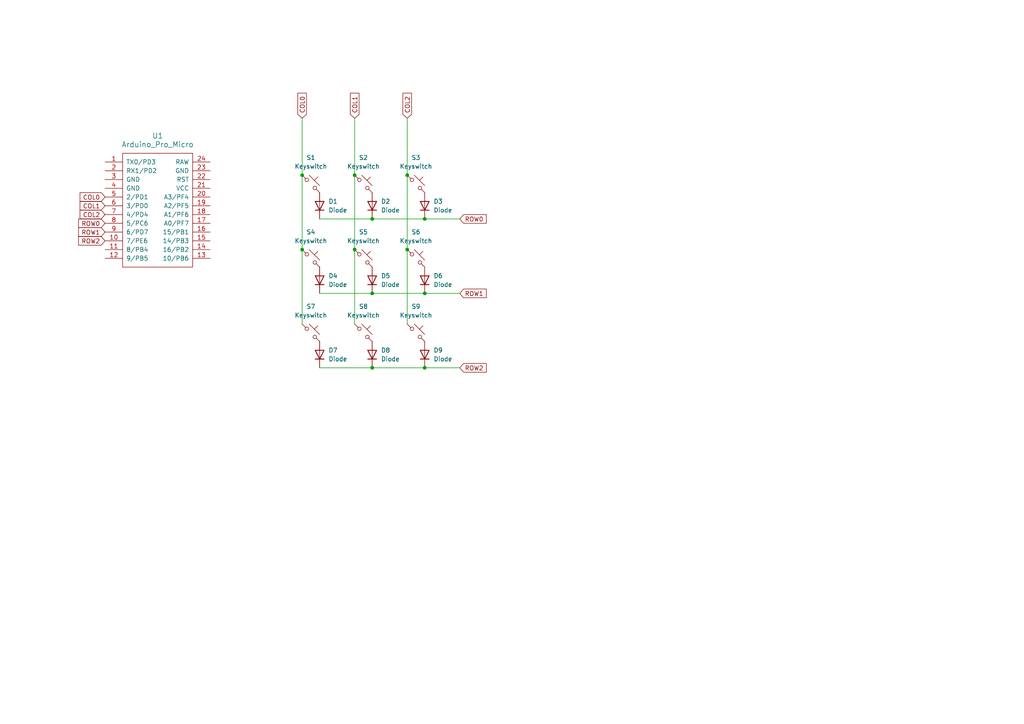
<source format=kicad_sch>
(kicad_sch (version 20230121) (generator eeschema)
  (paper "A4")
  (lib_symbols
    (symbol "SCOTTO:MCU_Arduino_Pro_Micro" (pin_names (offset 1.016))
      (property "Reference" "U" (at 0 0 0))
      (property "Value" "Arduino_Pro_Micro" (at 0 -19.05 0))
      (symbol "MCU_Arduino_Pro_Micro_0_1"
        (rectangle (start -10.16 16.51) (end 10.16 -16.51))
      )
      (symbol "MCU_Arduino_Pro_Micro_1_1"
        (pin input line (at -15.24 13.97 0) (length 5.08) (name "TX0/PD3") (number "1"))
        (pin input line (at -15.24 -8.89 0) (length 5.08) (name "7/PE6") (number "10"))
        (pin input line (at -15.24 -11.43 0) (length 5.08) (name "8/PB4") (number "11"))
        (pin input line (at -15.24 -13.97 0) (length 5.08) (name "9/PB5") (number "12"))
        (pin input line (at 15.24 -13.97 180) (length 5.08) (name "10/PB6") (number "13"))
        (pin input line (at 15.24 -11.43 180) (length 5.08) (name "16/PB2") (number "14"))
        (pin input line (at 15.24 -8.89 180) (length 5.08) (name "14/PB3") (number "15"))
        (pin input line (at 15.24 -6.35 180) (length 5.08) (name "15/PB1") (number "16"))
        (pin input line (at 15.24 -3.81 180) (length 5.08) (name "A0/PF7") (number "17"))
        (pin input line (at 15.24 -1.27 180) (length 5.08) (name "A1/PF6") (number "18"))
        (pin input line (at 15.24 1.27 180) (length 5.08) (name "A2/PF5") (number "19"))
        (pin input line (at -15.24 11.43 0) (length 5.08) (name "RX1/PD2") (number "2"))
        (pin input line (at 15.24 3.81 180) (length 5.08) (name "A3/PF4") (number "20"))
        (pin input line (at 15.24 6.35 180) (length 5.08) (name "VCC") (number "21"))
        (pin input line (at 15.24 8.89 180) (length 5.08) (name "RST") (number "22"))
        (pin input line (at 15.24 11.43 180) (length 5.08) (name "GND") (number "23"))
        (pin input line (at 15.24 13.97 180) (length 5.08) (name "RAW") (number "24"))
        (pin input line (at -15.24 8.89 0) (length 5.08) (name "GND") (number "3"))
        (pin input line (at -15.24 6.35 0) (length 5.08) (name "GND") (number "4"))
        (pin input line (at -15.24 3.81 0) (length 5.08) (name "2/PD1") (number "5"))
        (pin input line (at -15.24 1.27 0) (length 5.08) (name "3/PD0") (number "6"))
        (pin input line (at -15.24 -1.27 0) (length 5.08) (name "4/PD4") (number "7"))
        (pin input line (at -15.24 -3.81 0) (length 5.08) (name "5/PC6") (number "8"))
        (pin input line (at -15.24 -6.35 0) (length 5.08) (name "6/PD7") (number "9"))
      )
    )
    (symbol "SCOTTO:Placeholder_Diode" (pin_numbers hide) (pin_names hide)
      (property "Reference" "D" (at 0 2.54 0))
      (property "Value" "Diode" (at 0 -2.54 0))
      (symbol "Placeholder_Diode_0_1"
        (polyline (pts (xy -1.27 1.27) (xy -1.27 -1.27)) (stroke (width 0.254)))
        (polyline (pts (xy 1.27 0) (xy -1.27 0)))
        (polyline (pts (xy 1.27 1.27) (xy 1.27 -1.27) (xy -1.27 0) (xy 1.27 1.27)) (stroke (width 0.254)))
      )
      (symbol "Placeholder_Diode_1_1"
        (pin passive line (at -3.81 0 0) (length 2.54) (name "K") (number "1"))
        (pin passive line (at 3.81 0 180) (length 2.54) (name "A") (number "2"))
      )
    )
    (symbol "SCOTTO:Placeholder_Keyswitch" (pin_numbers hide) (pin_names (offset 1.016) hide)
      (property "Reference" "S" (at 3.048 1.016 0))
      (property "Value" "Keyswitch" (at 0 -3.81 0))
      (symbol "Placeholder_Keyswitch_0_1"
        (circle (center -1.1684 1.1684) (radius 0.508))
        (polyline (pts (xy -0.508 2.54) (xy 2.54 -0.508)))
        (polyline (pts (xy 1.016 1.016) (xy 2.032 2.032)))
        (polyline (pts (xy -2.54 2.54) (xy -1.524 1.524) (xy -1.524 1.524)))
        (polyline (pts (xy 1.524 -1.524) (xy 2.54 -2.54) (xy 2.54 -2.54) (xy 2.54 -2.54)))
        (circle (center 1.143 -1.1938) (radius 0.508))
        (pin passive line (at -2.54 2.54 0) (length 0) (name "1") (number "1"))
        (pin passive line (at 2.54 -2.54 180) (length 0) (name "2") (number "2"))
      )
    )
  )
  (junction (at 118.11 72.39))
  (junction (at 107.95 106.68))
  (junction (at 102.87 72.39))
  (junction (at 107.95 63.5))
  (junction (at 107.95 85.09))
  (junction (at 123.19 106.68))
  (junction (at 87.63 50.8))
  (junction (at 118.11 50.8))
  (junction (at 102.87 50.8))
  (junction (at 123.19 85.09))
  (junction (at 123.19 63.5))
  (junction (at 87.63 72.39))
  (wire (pts (xy 118.11 72.39) (xy 118.11 93.98)))
  (wire (pts (xy 107.95 63.5) (xy 123.19 63.5)))
  (wire (pts (xy 92.71 85.09) (xy 107.95 85.09)))
  (wire (pts (xy 107.95 85.09) (xy 123.19 85.09)))
  (wire (pts (xy 102.87 34.29) (xy 102.87 50.8)))
  (wire (pts (xy 118.11 34.29) (xy 118.11 50.8)))
  (wire (pts (xy 87.63 72.39) (xy 87.63 93.98)))
  (wire (pts (xy 123.19 106.68) (xy 133.35 106.68)))
  (wire (pts (xy 102.87 50.8) (xy 102.87 72.39)))
  (wire (pts (xy 123.19 63.5) (xy 133.35 63.5)))
  (wire (pts (xy 87.63 34.29) (xy 87.63 50.8)))
  (wire (pts (xy 92.71 63.5) (xy 107.95 63.5)))
  (wire (pts (xy 107.95 106.68) (xy 123.19 106.68)))
  (wire (pts (xy 123.19 85.09) (xy 133.35 85.09)))
  (wire (pts (xy 87.63 50.8) (xy 87.63 72.39)))
  (wire (pts (xy 102.87 72.39) (xy 102.87 93.98)))
  (wire (pts (xy 92.71 106.68) (xy 107.95 106.68)))
  (wire (pts (xy 118.11 50.8) (xy 118.11 72.39)))
  (global_label "COL0" (shape input) (at 30.48 57.15 180) (property "Intersheetrefs" "${INTERSHEET_REFS}" (effects hide)))
  (global_label "COL1" (shape input) (at 30.48 59.69 180) (property "Intersheetrefs" "${INTERSHEET_REFS}" (effects hide)))
  (global_label "ROW1" (shape input) (at 30.48 67.31 180) (property "Intersheetrefs" "${INTERSHEET_REFS}" (effects hide)))
  (global_label "ROW0" (shape input) (at 133.35 63.5 0) (property "Intersheetrefs" "${INTERSHEET_REFS}" (effects hide)))
  (global_label "COL1" (shape input) (at 102.87 34.29 90) (property "Intersheetrefs" "${INTERSHEET_REFS}" (effects hide)))
  (global_label "ROW2" (shape input) (at 30.48 69.85 180) (property "Intersheetrefs" "${INTERSHEET_REFS}" (effects hide)))
  (global_label "ROW1" (shape input) (at 133.35 85.09 0) (property "Intersheetrefs" "${INTERSHEET_REFS}" (effects hide)))
  (global_label "ROW0" (shape input) (at 30.48 64.77 180) (property "Intersheetrefs" "${INTERSHEET_REFS}" (effects hide)))
  (global_label "COL0" (shape input) (at 87.63 34.29 90) (property "Intersheetrefs" "${INTERSHEET_REFS}" (effects hide)))
  (global_label "COL2" (shape input) (at 118.11 34.29 90) (property "Intersheetrefs" "${INTERSHEET_REFS}" (effects hide)))
  (global_label "COL2" (shape input) (at 30.48 62.23 180) (property "Intersheetrefs" "${INTERSHEET_REFS}" (effects hide)))
  (global_label "ROW2" (shape input) (at 133.35 106.68 0) (property "Intersheetrefs" "${INTERSHEET_REFS}" (effects hide)))
  (symbol (lib_id "SCOTTO:Placeholder_Keyswitch") (at 90.17 53.34 0) (unit 1)
    (property "Reference" "S1" (at 90.17 45.72 0))
    (property "Value" "Keyswitch" (at 90.17 48.26 0))
    (property "Footprint" "ScottoKeebs_MX:MX_PCB_1.00u" (effects hide))
  )
  (symbol (lib_id "SCOTTO:Placeholder_Diode") (at 107.95 81.28 90) (unit 1)
    (property "Reference" "D5" (at 110.49 80.01 90) (effects (justify right)))
    (property "Value" "Diode" (at 110.49 82.55 90) (effects (justify right)))
    (property "Footprint" "ScottoKeebs_Components:Diode_DO-35" (effects hide))
    (property "Sim.Device" "D" (effects hide))
    (property "Sim.Pins" "1=K 2=A" (effects hide))
  )
  (symbol (lib_id "SCOTTO:Placeholder_Diode") (at 123.19 81.28 90) (unit 1)
    (property "Reference" "D6" (at 125.73 80.01 90) (effects (justify right)))
    (property "Value" "Diode" (at 125.73 82.55 90) (effects (justify right)))
    (property "Footprint" "ScottoKeebs_Components:Diode_DO-35" (effects hide))
    (property "Sim.Device" "D" (effects hide))
    (property "Sim.Pins" "1=K 2=A" (effects hide))
  )
  (symbol (lib_id "SCOTTO:Placeholder_Keyswitch") (at 120.65 96.52 0) (unit 1)
    (property "Reference" "S9" (at 120.65 88.9 0))
    (property "Value" "Keyswitch" (at 120.65 91.44 0))
    (property "Footprint" "ScottoKeebs_MX:MX_PCB_1.00u" (effects hide))
  )
  (symbol (lib_id "SCOTTO:Placeholder_Diode") (at 92.71 102.87 90) (unit 1)
    (property "Reference" "D7" (at 95.25 101.6 90) (effects (justify right)))
    (property "Value" "Diode" (at 95.25 104.14 90) (effects (justify right)))
    (property "Footprint" "ScottoKeebs_Components:Diode_DO-35" (effects hide))
    (property "Sim.Device" "D" (effects hide))
    (property "Sim.Pins" "1=K 2=A" (effects hide))
  )
  (symbol (lib_id "SCOTTO:Placeholder_Diode") (at 123.19 102.87 90) (unit 1)
    (property "Reference" "D9" (at 125.73 101.6 90) (effects (justify right)))
    (property "Value" "Diode" (at 125.73 104.14 90) (effects (justify right)))
    (property "Footprint" "ScottoKeebs_Components:Diode_DO-35" (effects hide))
    (property "Sim.Device" "D" (effects hide))
    (property "Sim.Pins" "1=K 2=A" (effects hide))
  )
  (symbol (lib_id "SCOTTO:Placeholder_Diode") (at 123.19 59.69 90) (unit 1)
    (property "Reference" "D3" (at 125.73 58.42 90) (effects (justify right)))
    (property "Value" "Diode" (at 125.73 60.96 90) (effects (justify right)))
    (property "Footprint" "ScottoKeebs_Components:Diode_DO-35" (effects hide))
    (property "Sim.Device" "D" (effects hide))
    (property "Sim.Pins" "1=K 2=A" (effects hide))
  )
  (symbol (lib_id "SCOTTO:Placeholder_Diode") (at 92.71 81.28 90) (unit 1)
    (property "Reference" "D4" (at 95.25 80.01 90) (effects (justify right)))
    (property "Value" "Diode" (at 95.25 82.55 90) (effects (justify right)))
    (property "Footprint" "ScottoKeebs_Components:Diode_DO-35" (effects hide))
    (property "Sim.Device" "D" (effects hide))
    (property "Sim.Pins" "1=K 2=A" (effects hide))
  )
  (symbol (lib_id "SCOTTO:Placeholder_Keyswitch") (at 105.41 74.93 0) (unit 1)
    (property "Reference" "S5" (at 105.41 67.31 0))
    (property "Value" "Keyswitch" (at 105.41 69.85 0))
    (property "Footprint" "ScottoKeebs_MX:MX_PCB_1.00u" (effects hide))
  )
  (symbol (lib_id "SCOTTO:Placeholder_Keyswitch") (at 90.17 96.52 0) (unit 1)
    (property "Reference" "S7" (at 90.17 88.9 0))
    (property "Value" "Keyswitch" (at 90.17 91.44 0))
    (property "Footprint" "ScottoKeebs_MX:MX_PCB_1.00u" (effects hide))
  )
  (symbol (lib_id "SCOTTO:Placeholder_Keyswitch") (at 105.41 53.34 0) (unit 1)
    (property "Reference" "S2" (at 105.41 45.72 0))
    (property "Value" "Keyswitch" (at 105.41 48.26 0))
    (property "Footprint" "ScottoKeebs_MX:MX_PCB_1.00u" (effects hide))
  )
  (symbol (lib_id "SCOTTO:Placeholder_Diode") (at 92.71 59.69 90) (unit 1)
    (property "Reference" "D1" (at 95.25 58.42 90) (effects (justify right)))
    (property "Value" "Diode" (at 95.25 60.96 90) (effects (justify right)))
    (property "Footprint" "ScottoKeebs_Components:Diode_DO-35" (effects hide))
    (property "Sim.Device" "D" (effects hide))
    (property "Sim.Pins" "1=K 2=A" (effects hide))
  )
  (symbol (lib_id "SCOTTO:Placeholder_Keyswitch") (at 120.65 53.34 0) (unit 1)
    (property "Reference" "S3" (at 120.65 45.72 0))
    (property "Value" "Keyswitch" (at 120.65 48.26 0))
    (property "Footprint" "ScottoKeebs_MX:MX_PCB_1.00u" (effects hide))
  )
  (symbol (lib_id "SCOTTO:Placeholder_Diode") (at 107.95 59.69 90) (unit 1)
    (property "Reference" "D2" (at 110.49 58.42 90) (effects (justify right)))
    (property "Value" "Diode" (at 110.49 60.96 90) (effects (justify right)))
    (property "Footprint" "ScottoKeebs_Components:Diode_DO-35" (effects hide))
    (property "Sim.Device" "D" (effects hide))
    (property "Sim.Pins" "1=K 2=A" (effects hide))
  )
  (symbol (lib_id "SCOTTO:Placeholder_Diode") (at 107.95 102.87 90) (unit 1)
    (property "Reference" "D8" (at 110.49 101.6 90) (effects (justify right)))
    (property "Value" "Diode" (at 110.49 104.14 90) (effects (justify right)))
    (property "Footprint" "ScottoKeebs_Components:Diode_DO-35" (effects hide))
    (property "Sim.Device" "D" (effects hide))
    (property "Sim.Pins" "1=K 2=A" (effects hide))
  )
  (symbol (lib_id "SCOTTO:Placeholder_Keyswitch") (at 90.17 74.93 0) (unit 1)
    (property "Reference" "S4" (at 90.17 67.31 0))
    (property "Value" "Keyswitch" (at 90.17 69.85 0))
    (property "Footprint" "ScottoKeebs_MX:MX_PCB_1.00u" (effects hide))
  )
  (symbol (lib_id "SCOTTO:Placeholder_Keyswitch") (at 120.65 74.93 0) (unit 1)
    (property "Reference" "S6" (at 120.65 67.31 0))
    (property "Value" "Keyswitch" (at 120.65 69.85 0))
    (property "Footprint" "ScottoKeebs_MX:MX_PCB_1.00u" (effects hide))
  )
  (symbol (lib_id "SCOTTO:MCU_Arduino_Pro_Micro") (at 45.72 60.96 0) (unit 1)
    (property "Reference" "U1" (at 45.72 39.37 0) (effects (font (size 1.524 1.524))))
    (property "Value" "Arduino_Pro_Micro" (at 45.72 41.91 0) (effects (font (size 1.524 1.524))))
    (property "Footprint" "ScottoKeebs_MCU:Arduino_Pro_Micro" (effects hide))
  )
  (symbol (lib_id "SCOTTO:Placeholder_Keyswitch") (at 105.41 96.52 0) (unit 1)
    (property "Reference" "S8" (at 105.41 88.9 0))
    (property "Value" "Keyswitch" (at 105.41 91.44 0))
    (property "Footprint" "ScottoKeebs_MX:MX_PCB_1.00u" (effects hide))
  )
)
</source>
